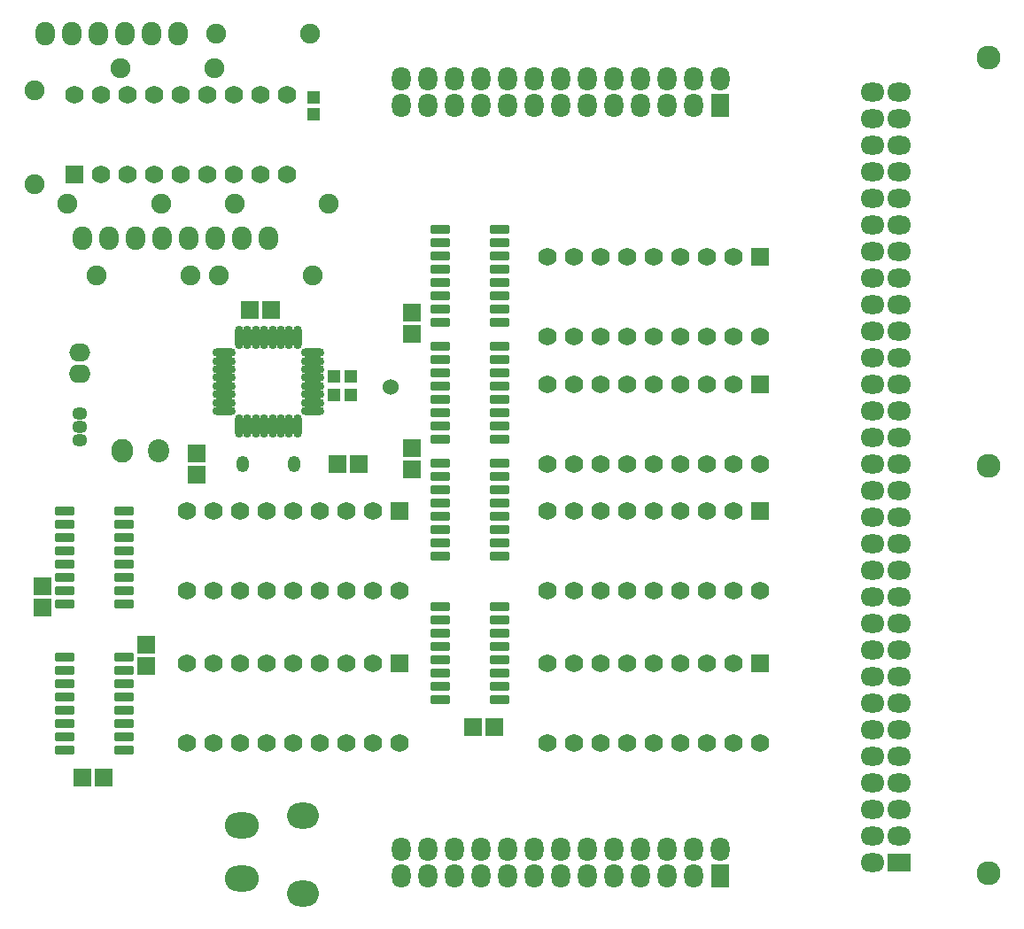
<source format=gts>
G04 Layer_Color=8388736*
%FSLAX25Y25*%
%MOIN*%
G70*
G01*
G75*
%ADD53R,0.06535X0.06929*%
%ADD54R,0.06929X0.06535*%
G04:AMPARAMS|DCode=55|XSize=35.83mil|YSize=75.2mil|CornerRadius=7.04mil|HoleSize=0mil|Usage=FLASHONLY|Rotation=270.000|XOffset=0mil|YOffset=0mil|HoleType=Round|Shape=RoundedRectangle|*
%AMROUNDEDRECTD55*
21,1,0.03583,0.06112,0,0,270.0*
21,1,0.02175,0.07520,0,0,270.0*
1,1,0.01408,-0.03056,-0.01088*
1,1,0.01408,-0.03056,0.01088*
1,1,0.01408,0.03056,0.01088*
1,1,0.01408,0.03056,-0.01088*
%
%ADD55ROUNDEDRECTD55*%
%ADD56R,0.04567X0.04961*%
%ADD57O,0.03386X0.08701*%
%ADD58O,0.08701X0.03386*%
%ADD59R,0.04961X0.04567*%
%ADD60O,0.12047X0.09685*%
%ADD61O,0.04961X0.06142*%
%ADD62O,0.07887X0.08674*%
%ADD63O,0.08110X0.08898*%
%ADD64C,0.09024*%
%ADD65O,0.07323X0.08898*%
%ADD66C,0.07520*%
%ADD67O,0.07887X0.06706*%
%ADD68O,0.08110X0.06929*%
%ADD69R,0.06929X0.06929*%
%ADD70C,0.06929*%
%ADD71O,0.07024X0.09024*%
%ADD72R,0.07024X0.09024*%
%ADD73O,0.09024X0.07024*%
%ADD74R,0.09024X0.07024*%
%ADD75O,0.05748X0.04961*%
%ADD76O,0.12835X0.09685*%
%ADD77C,0.06024*%
D53*
X140984Y177717D02*
D03*
X133110D02*
D03*
X37110Y59716D02*
D03*
X44984D02*
D03*
X191984Y78716D02*
D03*
X184110D02*
D03*
X100110Y235717D02*
D03*
X107984D02*
D03*
D54*
X80047Y181653D02*
D03*
Y173779D02*
D03*
X22047Y131653D02*
D03*
Y123779D02*
D03*
X61047Y101779D02*
D03*
Y109653D02*
D03*
X161047Y183653D02*
D03*
Y175779D02*
D03*
Y226780D02*
D03*
Y234653D02*
D03*
D55*
X52669Y125216D02*
D03*
Y130217D02*
D03*
Y135216D02*
D03*
Y140217D02*
D03*
Y145217D02*
D03*
Y150216D02*
D03*
Y155217D02*
D03*
Y160216D02*
D03*
X30425Y125216D02*
D03*
Y130217D02*
D03*
Y135216D02*
D03*
Y140217D02*
D03*
Y145217D02*
D03*
Y150216D02*
D03*
Y155217D02*
D03*
Y160216D02*
D03*
X52669Y70217D02*
D03*
Y75217D02*
D03*
Y80216D02*
D03*
Y85216D02*
D03*
Y90216D02*
D03*
Y95217D02*
D03*
Y100216D02*
D03*
Y105217D02*
D03*
X30425Y70217D02*
D03*
Y75217D02*
D03*
Y80216D02*
D03*
Y85216D02*
D03*
Y90216D02*
D03*
Y95217D02*
D03*
Y100216D02*
D03*
Y105217D02*
D03*
X194169Y89217D02*
D03*
Y94217D02*
D03*
Y99217D02*
D03*
Y104217D02*
D03*
Y109216D02*
D03*
Y114216D02*
D03*
Y119217D02*
D03*
Y124216D02*
D03*
X171925Y89217D02*
D03*
Y94217D02*
D03*
Y99217D02*
D03*
Y104217D02*
D03*
Y109216D02*
D03*
Y114216D02*
D03*
Y119217D02*
D03*
Y124216D02*
D03*
X194169Y143217D02*
D03*
Y148216D02*
D03*
Y153217D02*
D03*
Y158217D02*
D03*
Y163216D02*
D03*
Y168217D02*
D03*
Y173216D02*
D03*
Y178217D02*
D03*
X171925Y143217D02*
D03*
Y148216D02*
D03*
Y153217D02*
D03*
Y158217D02*
D03*
Y163216D02*
D03*
Y168217D02*
D03*
Y173216D02*
D03*
Y178217D02*
D03*
X194169Y187216D02*
D03*
Y192217D02*
D03*
Y197216D02*
D03*
Y202217D02*
D03*
Y207217D02*
D03*
Y212216D02*
D03*
Y217216D02*
D03*
Y222217D02*
D03*
X171925Y187216D02*
D03*
Y192217D02*
D03*
Y197216D02*
D03*
Y202217D02*
D03*
Y207217D02*
D03*
Y212216D02*
D03*
Y217216D02*
D03*
Y222217D02*
D03*
X194169Y231217D02*
D03*
Y236216D02*
D03*
Y241216D02*
D03*
Y246217D02*
D03*
Y251217D02*
D03*
Y256217D02*
D03*
Y261216D02*
D03*
Y266216D02*
D03*
X171925Y231217D02*
D03*
Y236216D02*
D03*
Y241216D02*
D03*
Y246217D02*
D03*
Y251217D02*
D03*
Y256217D02*
D03*
Y261216D02*
D03*
Y266216D02*
D03*
D56*
X131898Y203716D02*
D03*
X138197D02*
D03*
X138197Y210717D02*
D03*
X131898D02*
D03*
D57*
X96024Y191984D02*
D03*
X99173D02*
D03*
X102323D02*
D03*
X105472D02*
D03*
X108622D02*
D03*
X111772D02*
D03*
X114921D02*
D03*
X118071D02*
D03*
Y225449D02*
D03*
X114921D02*
D03*
X111772D02*
D03*
X108622D02*
D03*
X105472D02*
D03*
X102323D02*
D03*
X99173D02*
D03*
X96024D02*
D03*
D58*
X123779Y197693D02*
D03*
Y200842D02*
D03*
Y203992D02*
D03*
Y207142D02*
D03*
Y210291D02*
D03*
Y213441D02*
D03*
Y216591D02*
D03*
Y219740D02*
D03*
X90315D02*
D03*
Y216591D02*
D03*
Y213441D02*
D03*
Y210291D02*
D03*
Y207142D02*
D03*
Y203992D02*
D03*
Y200842D02*
D03*
Y197693D02*
D03*
D59*
X124047Y309567D02*
D03*
Y315866D02*
D03*
D60*
X120047Y15953D02*
D03*
Y45480D02*
D03*
D61*
X97441Y177717D02*
D03*
X116654D02*
D03*
D62*
X65937Y182717D02*
D03*
D63*
X52157D02*
D03*
D64*
X377953Y330709D02*
D03*
Y23622D02*
D03*
Y177165D02*
D03*
D65*
X107047Y262717D02*
D03*
X97047D02*
D03*
X87047D02*
D03*
X77047D02*
D03*
X67047D02*
D03*
X57047D02*
D03*
X47047D02*
D03*
X37047D02*
D03*
X23047Y339717D02*
D03*
X33047D02*
D03*
X43047D02*
D03*
X53047D02*
D03*
X63047D02*
D03*
X73047D02*
D03*
D66*
X66764Y275716D02*
D03*
X31331D02*
D03*
X42331Y248716D02*
D03*
X77764D02*
D03*
X88331D02*
D03*
X123764D02*
D03*
X94331Y275716D02*
D03*
X129764D02*
D03*
X51331Y326716D02*
D03*
X86764D02*
D03*
X87331Y339717D02*
D03*
X122764D02*
D03*
X19047Y318433D02*
D03*
Y283000D02*
D03*
D67*
X36047Y219654D02*
D03*
D68*
Y211779D02*
D03*
D69*
X34047Y286717D02*
D03*
X156547Y102717D02*
D03*
Y160216D02*
D03*
X292047Y102717D02*
D03*
Y160216D02*
D03*
Y207716D02*
D03*
Y255716D02*
D03*
D70*
X44047Y286717D02*
D03*
X54047D02*
D03*
X64047D02*
D03*
X74047D02*
D03*
X84047D02*
D03*
X94047D02*
D03*
X104047D02*
D03*
X114047D02*
D03*
X34047Y316717D02*
D03*
X44047D02*
D03*
X54047D02*
D03*
X64047D02*
D03*
X74047D02*
D03*
X84047D02*
D03*
X94047D02*
D03*
X104047D02*
D03*
X114047D02*
D03*
X146547Y102717D02*
D03*
X136547D02*
D03*
X126547D02*
D03*
X116547D02*
D03*
X106547D02*
D03*
X96547D02*
D03*
X86547D02*
D03*
X76547D02*
D03*
X156547Y72716D02*
D03*
X146547D02*
D03*
X136547D02*
D03*
X126547D02*
D03*
X116547D02*
D03*
X106547D02*
D03*
X96547D02*
D03*
X86547D02*
D03*
X76547D02*
D03*
X146547Y160216D02*
D03*
X136547D02*
D03*
X126547D02*
D03*
X116547D02*
D03*
X106547D02*
D03*
X96547D02*
D03*
X86547D02*
D03*
X76547D02*
D03*
X156547Y130217D02*
D03*
X146547D02*
D03*
X136547D02*
D03*
X126547D02*
D03*
X116547D02*
D03*
X106547D02*
D03*
X96547D02*
D03*
X86547D02*
D03*
X76547D02*
D03*
X282047Y102717D02*
D03*
X272047D02*
D03*
X262047D02*
D03*
X252047D02*
D03*
X242047D02*
D03*
X232047D02*
D03*
X222047D02*
D03*
X212047D02*
D03*
X292047Y72716D02*
D03*
X282047D02*
D03*
X272047D02*
D03*
X262047D02*
D03*
X252047D02*
D03*
X242047D02*
D03*
X232047D02*
D03*
X222047D02*
D03*
X212047D02*
D03*
X282047Y160216D02*
D03*
X272047D02*
D03*
X262047D02*
D03*
X252047D02*
D03*
X242047D02*
D03*
X232047D02*
D03*
X222047D02*
D03*
X212047D02*
D03*
X292047Y130217D02*
D03*
X282047D02*
D03*
X272047D02*
D03*
X262047D02*
D03*
X252047D02*
D03*
X242047D02*
D03*
X232047D02*
D03*
X222047D02*
D03*
X212047D02*
D03*
X282047Y207716D02*
D03*
X272047D02*
D03*
X262047D02*
D03*
X252047D02*
D03*
X242047D02*
D03*
X232047D02*
D03*
X222047D02*
D03*
X212047D02*
D03*
X292047Y177717D02*
D03*
X282047D02*
D03*
X272047D02*
D03*
X262047D02*
D03*
X252047D02*
D03*
X242047D02*
D03*
X232047D02*
D03*
X222047D02*
D03*
X212047D02*
D03*
X282047Y255716D02*
D03*
X272047D02*
D03*
X262047D02*
D03*
X252047D02*
D03*
X242047D02*
D03*
X232047D02*
D03*
X222047D02*
D03*
X212047D02*
D03*
X292047Y225716D02*
D03*
X282047D02*
D03*
X272047D02*
D03*
X262047D02*
D03*
X252047D02*
D03*
X242047D02*
D03*
X232047D02*
D03*
X222047D02*
D03*
X212047D02*
D03*
D71*
X157047Y322716D02*
D03*
Y312717D02*
D03*
X167047Y322716D02*
D03*
Y312717D02*
D03*
X177047Y322716D02*
D03*
Y312717D02*
D03*
X187047Y322716D02*
D03*
Y312717D02*
D03*
X197047Y322716D02*
D03*
Y312717D02*
D03*
X207047Y322716D02*
D03*
Y312717D02*
D03*
X217047Y322716D02*
D03*
Y312717D02*
D03*
X227047Y322716D02*
D03*
Y312717D02*
D03*
X237047Y322716D02*
D03*
Y312717D02*
D03*
X247047Y322716D02*
D03*
Y312717D02*
D03*
X257047Y322716D02*
D03*
Y312717D02*
D03*
X267047Y322716D02*
D03*
Y312717D02*
D03*
X277047Y322716D02*
D03*
X157047Y32717D02*
D03*
Y22716D02*
D03*
X167047Y32717D02*
D03*
Y22716D02*
D03*
X177047Y32717D02*
D03*
Y22716D02*
D03*
X187047Y32717D02*
D03*
Y22716D02*
D03*
X197047Y32717D02*
D03*
Y22716D02*
D03*
X207047Y32717D02*
D03*
Y22716D02*
D03*
X217047Y32717D02*
D03*
Y22716D02*
D03*
X227047Y32717D02*
D03*
Y22716D02*
D03*
X237047Y32717D02*
D03*
Y22716D02*
D03*
X247047Y32717D02*
D03*
Y22716D02*
D03*
X257047Y32717D02*
D03*
Y22716D02*
D03*
X267047Y32717D02*
D03*
Y22716D02*
D03*
X277047Y32717D02*
D03*
D72*
Y312717D02*
D03*
Y22716D02*
D03*
D73*
X334547Y317717D02*
D03*
X344547D02*
D03*
X334547Y307716D02*
D03*
X344547D02*
D03*
X334547Y297716D02*
D03*
X344547D02*
D03*
X334547Y287717D02*
D03*
X344547D02*
D03*
X334547Y277716D02*
D03*
X344547D02*
D03*
X334547Y267717D02*
D03*
X344547D02*
D03*
X334547Y257716D02*
D03*
X344547D02*
D03*
X334547Y247716D02*
D03*
X344547D02*
D03*
X334547Y237717D02*
D03*
X344547D02*
D03*
X334547Y227716D02*
D03*
X344547D02*
D03*
X334547Y217717D02*
D03*
X344547D02*
D03*
X334547Y207716D02*
D03*
X344547D02*
D03*
X334547Y197716D02*
D03*
X344547D02*
D03*
X334547Y187716D02*
D03*
X344547D02*
D03*
X334547Y177717D02*
D03*
X344547D02*
D03*
X334547Y167717D02*
D03*
X344547D02*
D03*
X334547Y157717D02*
D03*
X344547D02*
D03*
X334547Y147716D02*
D03*
X344547D02*
D03*
X334547Y137716D02*
D03*
X344547D02*
D03*
X334547Y127717D02*
D03*
X344547D02*
D03*
X334547Y117717D02*
D03*
X344547D02*
D03*
X334547Y107717D02*
D03*
X344547D02*
D03*
X334547Y97716D02*
D03*
X344547D02*
D03*
X334547Y87717D02*
D03*
X344547D02*
D03*
X334547Y77716D02*
D03*
X344547D02*
D03*
X334547Y67716D02*
D03*
X344547D02*
D03*
X334547Y57717D02*
D03*
X344547D02*
D03*
X334547Y47717D02*
D03*
X344547D02*
D03*
X334547Y37716D02*
D03*
X344547D02*
D03*
X334547Y27716D02*
D03*
D74*
X344547D02*
D03*
D75*
X36047Y196716D02*
D03*
Y191717D02*
D03*
Y186716D02*
D03*
D76*
X97047Y21716D02*
D03*
Y41717D02*
D03*
D77*
X153047Y206716D02*
D03*
M02*

</source>
